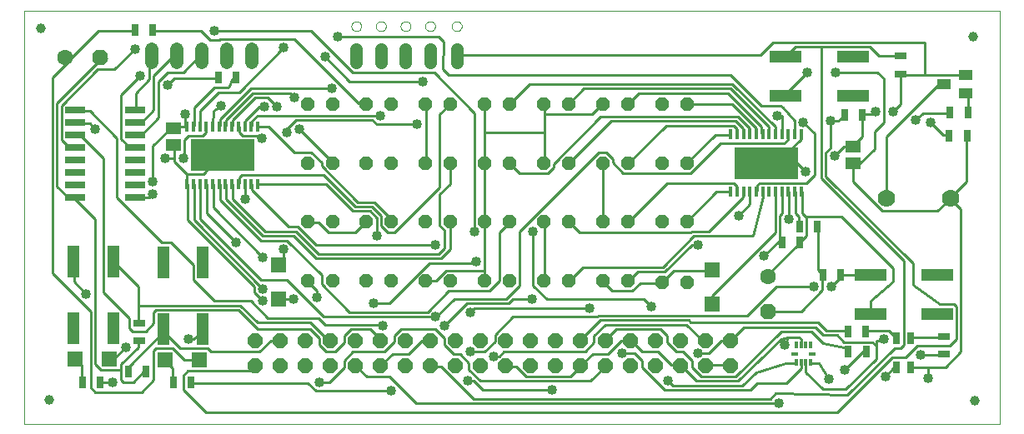
<source format=gtl>
G75*
%MOIN*%
%OFA0B0*%
%FSLAX24Y24*%
%IPPOS*%
%LPD*%
%AMOC8*
5,1,8,0,0,1.08239X$1,22.5*
%
%ADD10C,0.0000*%
%ADD11OC8,0.0520*%
%ADD12R,0.0276X0.0472*%
%ADD13C,0.0520*%
%ADD14R,0.0315X0.0472*%
%ADD15R,0.0472X0.0315*%
%ADD16C,0.0515*%
%ADD17C,0.0700*%
%ADD18OC8,0.0600*%
%ADD19R,0.0591X0.0591*%
%ADD20OC8,0.0630*%
%ADD21C,0.0630*%
%ADD22R,0.0551X0.0394*%
%ADD23R,0.0800X0.0260*%
%ADD24R,0.0472X0.1260*%
%ADD25R,0.1260X0.0472*%
%ADD26R,0.0120X0.0390*%
%ADD27R,0.2540X0.1280*%
%ADD28R,0.0591X0.0512*%
%ADD29R,0.0118X0.0315*%
%ADD30R,0.0315X0.0118*%
%ADD31C,0.0394*%
%ADD32C,0.0100*%
%ADD33C,0.0400*%
D10*
X001732Y002173D02*
X001732Y018708D01*
X040708Y018708D01*
X040708Y002173D01*
X001732Y002173D01*
X014803Y018078D02*
X014805Y018105D01*
X014811Y018132D01*
X014820Y018158D01*
X014833Y018182D01*
X014849Y018205D01*
X014868Y018224D01*
X014890Y018241D01*
X014914Y018255D01*
X014939Y018265D01*
X014966Y018272D01*
X014993Y018275D01*
X015021Y018274D01*
X015048Y018269D01*
X015074Y018261D01*
X015098Y018249D01*
X015121Y018233D01*
X015142Y018215D01*
X015159Y018194D01*
X015174Y018170D01*
X015185Y018145D01*
X015193Y018119D01*
X015197Y018092D01*
X015197Y018064D01*
X015193Y018037D01*
X015185Y018011D01*
X015174Y017986D01*
X015159Y017962D01*
X015142Y017941D01*
X015121Y017923D01*
X015099Y017907D01*
X015074Y017895D01*
X015048Y017887D01*
X015021Y017882D01*
X014993Y017881D01*
X014966Y017884D01*
X014939Y017891D01*
X014914Y017901D01*
X014890Y017915D01*
X014868Y017932D01*
X014849Y017951D01*
X014833Y017974D01*
X014820Y017998D01*
X014811Y018024D01*
X014805Y018051D01*
X014803Y018078D01*
X015787Y018078D02*
X015789Y018105D01*
X015795Y018132D01*
X015804Y018158D01*
X015817Y018182D01*
X015833Y018205D01*
X015852Y018224D01*
X015874Y018241D01*
X015898Y018255D01*
X015923Y018265D01*
X015950Y018272D01*
X015977Y018275D01*
X016005Y018274D01*
X016032Y018269D01*
X016058Y018261D01*
X016082Y018249D01*
X016105Y018233D01*
X016126Y018215D01*
X016143Y018194D01*
X016158Y018170D01*
X016169Y018145D01*
X016177Y018119D01*
X016181Y018092D01*
X016181Y018064D01*
X016177Y018037D01*
X016169Y018011D01*
X016158Y017986D01*
X016143Y017962D01*
X016126Y017941D01*
X016105Y017923D01*
X016083Y017907D01*
X016058Y017895D01*
X016032Y017887D01*
X016005Y017882D01*
X015977Y017881D01*
X015950Y017884D01*
X015923Y017891D01*
X015898Y017901D01*
X015874Y017915D01*
X015852Y017932D01*
X015833Y017951D01*
X015817Y017974D01*
X015804Y017998D01*
X015795Y018024D01*
X015789Y018051D01*
X015787Y018078D01*
X016771Y018078D02*
X016773Y018105D01*
X016779Y018132D01*
X016788Y018158D01*
X016801Y018182D01*
X016817Y018205D01*
X016836Y018224D01*
X016858Y018241D01*
X016882Y018255D01*
X016907Y018265D01*
X016934Y018272D01*
X016961Y018275D01*
X016989Y018274D01*
X017016Y018269D01*
X017042Y018261D01*
X017066Y018249D01*
X017089Y018233D01*
X017110Y018215D01*
X017127Y018194D01*
X017142Y018170D01*
X017153Y018145D01*
X017161Y018119D01*
X017165Y018092D01*
X017165Y018064D01*
X017161Y018037D01*
X017153Y018011D01*
X017142Y017986D01*
X017127Y017962D01*
X017110Y017941D01*
X017089Y017923D01*
X017067Y017907D01*
X017042Y017895D01*
X017016Y017887D01*
X016989Y017882D01*
X016961Y017881D01*
X016934Y017884D01*
X016907Y017891D01*
X016882Y017901D01*
X016858Y017915D01*
X016836Y017932D01*
X016817Y017951D01*
X016801Y017974D01*
X016788Y017998D01*
X016779Y018024D01*
X016773Y018051D01*
X016771Y018078D01*
X017755Y018078D02*
X017757Y018105D01*
X017763Y018132D01*
X017772Y018158D01*
X017785Y018182D01*
X017801Y018205D01*
X017820Y018224D01*
X017842Y018241D01*
X017866Y018255D01*
X017891Y018265D01*
X017918Y018272D01*
X017945Y018275D01*
X017973Y018274D01*
X018000Y018269D01*
X018026Y018261D01*
X018050Y018249D01*
X018073Y018233D01*
X018094Y018215D01*
X018111Y018194D01*
X018126Y018170D01*
X018137Y018145D01*
X018145Y018119D01*
X018149Y018092D01*
X018149Y018064D01*
X018145Y018037D01*
X018137Y018011D01*
X018126Y017986D01*
X018111Y017962D01*
X018094Y017941D01*
X018073Y017923D01*
X018051Y017907D01*
X018026Y017895D01*
X018000Y017887D01*
X017973Y017882D01*
X017945Y017881D01*
X017918Y017884D01*
X017891Y017891D01*
X017866Y017901D01*
X017842Y017915D01*
X017820Y017932D01*
X017801Y017951D01*
X017785Y017974D01*
X017772Y017998D01*
X017763Y018024D01*
X017757Y018051D01*
X017755Y018078D01*
X018818Y018078D02*
X018820Y018105D01*
X018826Y018132D01*
X018835Y018158D01*
X018848Y018182D01*
X018864Y018205D01*
X018883Y018224D01*
X018905Y018241D01*
X018929Y018255D01*
X018954Y018265D01*
X018981Y018272D01*
X019008Y018275D01*
X019036Y018274D01*
X019063Y018269D01*
X019089Y018261D01*
X019113Y018249D01*
X019136Y018233D01*
X019157Y018215D01*
X019174Y018194D01*
X019189Y018170D01*
X019200Y018145D01*
X019208Y018119D01*
X019212Y018092D01*
X019212Y018064D01*
X019208Y018037D01*
X019200Y018011D01*
X019189Y017986D01*
X019174Y017962D01*
X019157Y017941D01*
X019136Y017923D01*
X019114Y017907D01*
X019089Y017895D01*
X019063Y017887D01*
X019036Y017882D01*
X019008Y017881D01*
X018981Y017884D01*
X018954Y017891D01*
X018929Y017901D01*
X018905Y017915D01*
X018883Y017932D01*
X018864Y017951D01*
X018848Y017974D01*
X018835Y017998D01*
X018826Y018024D01*
X018820Y018051D01*
X018818Y018078D01*
D11*
X018767Y014968D03*
X017767Y014968D03*
X016405Y014968D03*
X015405Y014968D03*
X014043Y014968D03*
X013043Y014968D03*
X013043Y012606D03*
X014043Y012606D03*
X015405Y012606D03*
X016405Y012606D03*
X017767Y012606D03*
X018767Y012606D03*
X020130Y012606D03*
X021130Y012606D03*
X022492Y012606D03*
X023492Y012606D03*
X024854Y012606D03*
X025854Y012606D03*
X027216Y012606D03*
X028216Y012606D03*
X028216Y014968D03*
X027216Y014968D03*
X025854Y014968D03*
X024854Y014968D03*
X023492Y014968D03*
X022492Y014968D03*
X021130Y014968D03*
X020130Y014968D03*
X020130Y010244D03*
X021130Y010244D03*
X022492Y010244D03*
X023492Y010244D03*
X024854Y010244D03*
X025854Y010244D03*
X027216Y010244D03*
X028216Y010244D03*
X028216Y007842D03*
X027216Y007842D03*
X025854Y007881D03*
X024854Y007881D03*
X023492Y007881D03*
X022492Y007881D03*
X021130Y007881D03*
X020130Y007881D03*
X018767Y007881D03*
X017767Y007881D03*
X016405Y007881D03*
X015405Y007881D03*
X014043Y007881D03*
X013043Y007881D03*
X013043Y010244D03*
X014043Y010244D03*
X015405Y010244D03*
X016405Y010244D03*
X017767Y010244D03*
X018767Y010244D03*
D12*
X036594Y005598D03*
X037145Y005598D03*
X037145Y004417D03*
X036594Y004417D03*
D13*
X010830Y016625D02*
X010830Y017145D01*
X009830Y017145D02*
X009830Y016625D01*
X008830Y016625D02*
X008830Y017145D01*
X007830Y017145D02*
X007830Y016625D01*
X006830Y016625D02*
X006830Y017145D01*
D14*
X006850Y017921D03*
X006141Y017921D03*
X009488Y016031D03*
X010197Y016031D03*
X032008Y009417D03*
X032716Y009417D03*
X032716Y010047D03*
X033425Y010047D03*
X033661Y008118D03*
X034370Y008118D03*
X034657Y005866D03*
X035366Y005866D03*
X035382Y005055D03*
X034673Y005055D03*
X038700Y013708D03*
X039409Y013708D03*
X039448Y014614D03*
X038740Y014614D03*
X035236Y014535D03*
X034527Y014535D03*
X008385Y003826D03*
X007677Y003826D03*
X006602Y004244D03*
X005893Y004244D03*
X004763Y003826D03*
X004055Y003826D03*
D15*
X006311Y005484D03*
X006311Y006193D03*
X036767Y016169D03*
X036767Y016878D03*
X038480Y005657D03*
X038480Y004948D03*
D16*
X019015Y016640D02*
X019015Y017155D01*
X017952Y017155D02*
X017952Y016640D01*
X016968Y016640D02*
X016968Y017155D01*
X015984Y017155D02*
X015984Y016640D01*
X015000Y016640D02*
X015000Y017155D01*
D17*
X036200Y011189D03*
X038760Y011189D03*
D18*
X029972Y005507D03*
X028972Y005507D03*
X027972Y005507D03*
X026972Y005507D03*
X025972Y005507D03*
X024972Y005507D03*
X023972Y005507D03*
X022972Y005507D03*
X021972Y005507D03*
X020972Y005507D03*
X019972Y005507D03*
X018972Y005507D03*
X017972Y005507D03*
X016972Y005507D03*
X015972Y005507D03*
X014972Y005507D03*
X013972Y005507D03*
X012972Y005507D03*
X011972Y005507D03*
X010972Y005507D03*
X010972Y004507D03*
X011972Y004507D03*
X012972Y004507D03*
X013972Y004507D03*
X014972Y004507D03*
X015972Y004507D03*
X016972Y004507D03*
X017972Y004507D03*
X018972Y004507D03*
X019972Y004507D03*
X020972Y004507D03*
X021972Y004507D03*
X022972Y004507D03*
X023972Y004507D03*
X024972Y004507D03*
X025972Y004507D03*
X026972Y004507D03*
X027972Y004507D03*
X028972Y004507D03*
X029972Y004507D03*
D19*
X029212Y006956D03*
X029212Y008334D03*
X011889Y008531D03*
X011889Y007153D03*
X008720Y004732D03*
X007342Y004732D03*
X005137Y004771D03*
X003760Y004771D03*
D20*
X004755Y016819D03*
X031456Y006670D03*
D21*
X031456Y008070D03*
X003355Y016819D03*
D22*
X038504Y015756D03*
X039370Y016130D03*
X039370Y015381D03*
D23*
X006170Y014710D03*
X006170Y014210D03*
X006170Y013710D03*
X006170Y013210D03*
X006170Y012710D03*
X006170Y012210D03*
X006170Y011710D03*
X006170Y011210D03*
X003750Y011210D03*
X003750Y011710D03*
X003750Y012210D03*
X003750Y012710D03*
X003750Y013210D03*
X003750Y013710D03*
X003750Y014210D03*
X003750Y014710D03*
D24*
X003700Y008669D03*
X005275Y008669D03*
X007283Y008630D03*
X008858Y008630D03*
X008858Y005952D03*
X007283Y005952D03*
X005275Y005992D03*
X003700Y005992D03*
D25*
X032165Y015283D03*
X034842Y015283D03*
X034842Y016858D03*
X032165Y016858D03*
X035551Y008118D03*
X038228Y008118D03*
X038228Y006543D03*
X035551Y006543D03*
D26*
X032785Y011457D03*
X032529Y011457D03*
X032273Y011457D03*
X032017Y011457D03*
X031761Y011457D03*
X031506Y011457D03*
X031250Y011457D03*
X030994Y011457D03*
X030738Y011457D03*
X030482Y011457D03*
X030226Y011457D03*
X029970Y011457D03*
X029970Y013755D03*
X030226Y013755D03*
X030482Y013755D03*
X030738Y013755D03*
X030994Y013755D03*
X031250Y013755D03*
X031506Y013755D03*
X031761Y013755D03*
X032017Y013755D03*
X032273Y013755D03*
X032529Y013755D03*
X032785Y013755D03*
X011053Y014070D03*
X010797Y014070D03*
X010541Y014070D03*
X010285Y014070D03*
X010029Y014070D03*
X009773Y014070D03*
X009517Y014070D03*
X009261Y014070D03*
X009006Y014070D03*
X008750Y014070D03*
X008494Y014070D03*
X008238Y014070D03*
X008238Y011772D03*
X008494Y011772D03*
X008750Y011772D03*
X009006Y011772D03*
X009261Y011772D03*
X009517Y011772D03*
X009773Y011772D03*
X010029Y011772D03*
X010285Y011772D03*
X010541Y011772D03*
X010797Y011772D03*
X011053Y011772D03*
D27*
X009645Y012921D03*
X031378Y012606D03*
D28*
X034842Y012586D03*
X034842Y013256D03*
X007677Y013334D03*
X007677Y014004D03*
D29*
X032578Y005322D03*
X032775Y005322D03*
X032972Y005322D03*
X033169Y005322D03*
X033169Y004614D03*
X032972Y004614D03*
X032775Y004614D03*
X032578Y004614D03*
D30*
X032519Y004968D03*
X033228Y004968D03*
D31*
X039724Y003078D03*
X039645Y017645D03*
X002716Y003118D03*
X002401Y018000D03*
D32*
X003355Y016819D02*
X003622Y016798D01*
X002857Y016033D01*
X002857Y008203D01*
X004387Y006673D01*
X004387Y003613D01*
X004567Y003433D01*
X006412Y003433D01*
X006907Y003928D01*
X006907Y005098D01*
X006997Y005188D01*
X007672Y005188D01*
X008122Y004738D01*
X008707Y004738D01*
X008720Y004732D01*
X009067Y005188D02*
X009202Y005053D01*
X011137Y005053D01*
X011587Y005503D01*
X011947Y005503D01*
X011972Y005507D01*
X011047Y005953D02*
X013162Y005953D01*
X013522Y005593D01*
X013522Y005323D01*
X013792Y005053D01*
X014152Y005053D01*
X014512Y005413D01*
X014512Y005683D01*
X014782Y005953D01*
X015547Y005953D01*
X015952Y005548D01*
X015972Y005507D01*
X016132Y005053D02*
X016537Y005458D01*
X016537Y005683D01*
X016807Y005953D01*
X018157Y005953D01*
X018517Y005593D01*
X018517Y005323D01*
X018877Y004963D01*
X019147Y004963D01*
X019507Y004603D01*
X019507Y004333D01*
X019957Y003883D01*
X024367Y003883D01*
X024952Y004468D01*
X024972Y004507D01*
X025042Y004963D02*
X024457Y004963D01*
X024007Y004513D01*
X023972Y004507D01*
X023962Y004468D01*
X023557Y004063D01*
X021802Y004063D01*
X021397Y004468D01*
X020992Y004468D01*
X020972Y004507D01*
X020722Y004873D02*
X020497Y004873D01*
X020722Y004873D02*
X020902Y005053D01*
X024142Y005053D01*
X024502Y005413D01*
X024502Y005683D01*
X024952Y006133D01*
X028192Y006133D01*
X028777Y005548D01*
X028957Y005548D01*
X028972Y005507D01*
X029092Y005008D02*
X029587Y005503D01*
X029947Y005503D01*
X029972Y005507D01*
X030496Y006031D01*
X033346Y006031D01*
X033661Y005716D01*
X034212Y005716D01*
X034488Y005441D01*
X035630Y005441D01*
X035787Y005283D01*
X035787Y005480D01*
X036023Y005480D01*
X036102Y005559D01*
X036292Y005908D02*
X035392Y005908D01*
X035366Y005866D01*
X034657Y005866D02*
X034627Y005908D01*
X033789Y005908D01*
X033474Y006223D01*
X028372Y006223D01*
X028282Y006313D01*
X024772Y006313D01*
X024007Y005548D01*
X023972Y005507D01*
X024972Y005507D02*
X024997Y005548D01*
X025402Y005953D01*
X027157Y005953D01*
X027427Y005683D01*
X027427Y005413D01*
X027787Y005053D01*
X028057Y005053D01*
X028417Y004693D01*
X028417Y004423D01*
X028777Y004063D01*
X030172Y004063D01*
X031994Y005846D01*
X033187Y005846D01*
X033648Y005385D01*
X034672Y005188D01*
X034673Y005055D01*
X035347Y005143D02*
X035382Y005055D01*
X035347Y005143D02*
X034537Y004333D01*
X033896Y003973D02*
X033502Y004603D01*
X033187Y004603D01*
X033169Y004614D01*
X032972Y004614D02*
X032972Y004240D01*
X033661Y003551D01*
X034567Y003551D01*
X035787Y004771D01*
X035787Y005283D01*
X036517Y005188D02*
X036742Y005188D01*
X036877Y005323D01*
X036877Y008698D01*
X033592Y011983D01*
X033592Y017248D01*
X035527Y017248D01*
X035887Y016888D01*
X036742Y016888D01*
X036767Y016878D01*
X036832Y017428D02*
X037738Y017428D01*
X037738Y016123D01*
X039352Y016123D01*
X039370Y016130D01*
X038504Y015756D02*
X038497Y015718D01*
X038272Y015718D01*
X036202Y013648D01*
X036202Y011218D01*
X036200Y011189D01*
X036022Y010678D02*
X038227Y010678D01*
X038722Y011173D01*
X038760Y011189D01*
X038767Y011218D01*
X039397Y011848D01*
X039397Y013693D01*
X039409Y013708D01*
X038700Y013708D02*
X038677Y013738D01*
X038452Y013738D01*
X037957Y014233D01*
X037642Y014593D02*
X037372Y014323D01*
X037642Y014593D02*
X038722Y014593D01*
X038740Y014614D01*
X039442Y014638D02*
X039448Y014614D01*
X039442Y014638D02*
X039442Y015313D01*
X039397Y015358D01*
X039370Y015381D01*
X037738Y016123D02*
X036787Y016123D01*
X036767Y016169D01*
X036767Y014964D01*
X036456Y014653D01*
X036102Y014220D02*
X036102Y015992D01*
X035826Y016228D01*
X034173Y016228D01*
X033031Y016228D02*
X032165Y015362D01*
X032165Y015283D01*
X031968Y014889D02*
X031181Y014889D01*
X029960Y016110D01*
X018700Y016110D01*
X018464Y016346D01*
X018504Y017448D01*
X018307Y017645D01*
X014252Y017645D01*
X013207Y017878D02*
X014872Y016213D01*
X018112Y016213D01*
X019732Y014593D01*
X019732Y009868D01*
X020137Y010228D02*
X020130Y010244D01*
X020137Y010273D01*
X020137Y012568D01*
X020130Y012606D01*
X020137Y012658D01*
X020137Y013828D01*
X022522Y013828D01*
X022522Y014548D01*
X024412Y014548D01*
X024817Y014953D01*
X024854Y014968D01*
X024772Y014458D02*
X022882Y012568D01*
X022882Y012433D01*
X022657Y012208D01*
X021532Y012208D01*
X021172Y012568D01*
X021130Y012606D01*
X022492Y012606D02*
X022522Y012613D01*
X022522Y013828D01*
X022522Y014548D02*
X022522Y014953D01*
X022492Y014968D01*
X023492Y014968D02*
X023512Y014998D01*
X024097Y015583D01*
X029947Y015583D01*
X031477Y014053D01*
X031477Y013783D01*
X031506Y013755D01*
X031747Y013783D02*
X031761Y013755D01*
X031747Y013783D02*
X031747Y014053D01*
X030037Y015763D01*
X021937Y015763D01*
X021172Y014998D01*
X021130Y014968D01*
X020137Y014953D02*
X020130Y014968D01*
X020137Y014953D02*
X020137Y013828D01*
X018742Y014953D02*
X018337Y014548D01*
X018337Y011623D01*
X016537Y009823D01*
X016267Y009823D01*
X015997Y010093D01*
X015997Y010498D01*
X015637Y010858D01*
X014962Y010858D01*
X013702Y012118D01*
X010417Y012118D01*
X010327Y012028D01*
X010327Y011803D01*
X010285Y011772D01*
X010057Y011758D02*
X010029Y011772D01*
X010057Y011758D02*
X010057Y011173D01*
X011362Y009868D01*
X012577Y009868D01*
X013477Y008968D01*
X018292Y008968D01*
X018517Y009193D01*
X018517Y009913D01*
X018337Y010093D01*
X018337Y011353D01*
X018742Y011758D01*
X018742Y012568D01*
X018767Y012606D01*
X017797Y012613D02*
X017767Y012606D01*
X017797Y012613D02*
X017797Y014953D01*
X017767Y014968D01*
X018742Y014953D02*
X018767Y014968D01*
X017437Y014143D02*
X015817Y014143D01*
X015637Y014323D01*
X012577Y014323D01*
X012217Y013963D01*
X012217Y013828D01*
X012712Y013963D02*
X014062Y012613D01*
X014043Y012606D01*
X013612Y012613D02*
X013612Y012478D01*
X015052Y011038D01*
X015727Y011038D01*
X016402Y010363D01*
X016402Y010273D01*
X016405Y010244D01*
X015817Y010408D02*
X015817Y009688D01*
X015405Y010244D02*
X015367Y010228D01*
X014962Y009823D01*
X013882Y009823D01*
X013477Y010228D01*
X013072Y010228D01*
X013043Y010244D01*
X012667Y010048D02*
X013387Y009328D01*
X018157Y009328D01*
X018382Y008788D02*
X018742Y009148D01*
X018742Y010228D01*
X018767Y010244D01*
X020137Y010228D02*
X020137Y008293D01*
X018607Y008293D01*
X018202Y007888D01*
X017797Y007888D01*
X017767Y007881D01*
X018697Y007483D02*
X020317Y007483D01*
X020722Y007888D01*
X020722Y009823D01*
X021127Y010228D01*
X021130Y010244D01*
X021532Y009868D02*
X021532Y007708D01*
X020992Y007168D01*
X018922Y007168D01*
X018202Y006448D01*
X018157Y006448D01*
X013702Y006448D01*
X012217Y007933D01*
X011182Y007933D01*
X008752Y010363D01*
X008752Y011758D01*
X008750Y011772D01*
X008527Y011758D02*
X008494Y011772D01*
X008527Y011758D02*
X008527Y010318D01*
X011272Y007573D01*
X010912Y007663D02*
X010912Y007438D01*
X011272Y007078D01*
X011889Y007153D02*
X011902Y007168D01*
X012487Y007168D01*
X013072Y007843D02*
X013043Y007881D01*
X013072Y007843D02*
X013432Y007483D01*
X013432Y007213D01*
X013612Y007753D02*
X014737Y006628D01*
X017842Y006628D01*
X018697Y007483D01*
X019417Y006988D02*
X018517Y006088D01*
X017972Y005507D02*
X017932Y005503D01*
X017617Y005503D01*
X017077Y004963D01*
X016447Y004963D01*
X015997Y004513D01*
X015972Y004507D01*
X016312Y004063D02*
X015412Y004063D01*
X015007Y004468D01*
X014972Y004507D01*
X014512Y004423D02*
X014512Y004693D01*
X014872Y005053D01*
X016132Y005053D01*
X016312Y004063D02*
X017392Y002983D01*
X031882Y002983D01*
X031567Y003163D02*
X031741Y003377D01*
X034627Y003337D01*
X036517Y005188D01*
X036427Y004828D02*
X034222Y002623D01*
X008977Y002623D01*
X008077Y003523D01*
X008077Y004108D01*
X008257Y004288D01*
X010777Y004288D01*
X010957Y004468D01*
X010972Y004507D01*
X009067Y005188D02*
X007942Y005188D01*
X007312Y005818D01*
X007283Y005952D01*
X007267Y005908D01*
X007267Y005818D01*
X005917Y004468D01*
X005917Y004288D01*
X005893Y004244D01*
X005602Y004333D02*
X005602Y004558D01*
X006277Y005233D01*
X006277Y005458D01*
X006311Y005484D01*
X005782Y005233D02*
X005332Y004783D01*
X005152Y004783D01*
X005137Y004771D01*
X004792Y004333D02*
X004567Y004558D01*
X004567Y010363D01*
X003757Y011173D01*
X003750Y011210D01*
X003712Y011218D01*
X003487Y011218D01*
X003037Y011668D01*
X003037Y014998D01*
X004837Y016798D01*
X005017Y016798D01*
X004755Y016819D01*
X004657Y016348D02*
X005332Y016348D01*
X006142Y017158D01*
X006727Y016843D02*
X006830Y016885D01*
X006727Y016843D02*
X006727Y015943D01*
X006187Y015403D01*
X006187Y014728D01*
X006170Y014710D01*
X006187Y014233D02*
X006170Y014210D01*
X006187Y014233D02*
X006412Y014233D01*
X006907Y014728D01*
X006907Y016078D01*
X007672Y016843D01*
X007830Y016885D01*
X008077Y016213D02*
X008707Y016843D01*
X008830Y016885D01*
X009146Y017518D02*
X009517Y017518D01*
X009562Y017563D01*
X012532Y017563D01*
X015097Y014998D01*
X015367Y014998D01*
X015405Y014968D01*
X015952Y014503D02*
X011047Y014503D01*
X010822Y014278D01*
X010822Y014098D01*
X010797Y014070D01*
X010552Y014098D02*
X010541Y014070D01*
X010552Y014098D02*
X010552Y014278D01*
X011137Y014863D01*
X011317Y014863D01*
X011452Y015223D02*
X011812Y014863D01*
X011452Y015223D02*
X010957Y015223D01*
X010057Y014323D01*
X010057Y014098D01*
X010029Y014070D01*
X009787Y014098D02*
X009773Y014070D01*
X009787Y014098D02*
X009787Y014323D01*
X010867Y015403D01*
X012352Y015403D01*
X012532Y015223D01*
X014017Y015583D02*
X010777Y015583D01*
X009562Y014368D01*
X009562Y014098D01*
X009517Y014070D01*
X009261Y014070D02*
X009247Y014098D01*
X009286Y014694D01*
X009584Y014908D01*
X009488Y015441D02*
X008750Y014702D01*
X008750Y014070D01*
X008527Y014098D02*
X008494Y014070D01*
X008527Y014098D02*
X008527Y014818D01*
X009337Y015628D01*
X009894Y015628D01*
X010057Y015988D01*
X010197Y016031D01*
X010315Y015441D02*
X009488Y015441D01*
X009337Y015988D02*
X009488Y016031D01*
X009337Y015988D02*
X007717Y015988D01*
X007447Y015718D01*
X007087Y015853D02*
X007447Y016213D01*
X008077Y016213D01*
X007087Y015853D02*
X007087Y014413D01*
X006412Y013738D01*
X006187Y013738D01*
X006170Y013710D01*
X006142Y013243D02*
X005917Y013243D01*
X005602Y013558D01*
X005602Y015313D01*
X006367Y016078D01*
X004657Y016348D02*
X003217Y014908D01*
X003217Y013513D01*
X003487Y013243D01*
X003712Y013243D01*
X003750Y013210D01*
X003757Y013693D02*
X003750Y013710D01*
X003757Y013693D02*
X003982Y013693D01*
X004882Y012793D01*
X004882Y007438D01*
X005917Y006403D01*
X005917Y005998D01*
X006052Y005863D01*
X006592Y005863D01*
X006907Y006178D01*
X006907Y006628D01*
X006997Y006718D01*
X010282Y006718D01*
X011047Y005953D01*
X011047Y006223D02*
X010372Y006898D01*
X006277Y006898D01*
X006277Y006223D01*
X006311Y006193D01*
X006277Y006898D02*
X006277Y007663D01*
X005287Y008653D01*
X005275Y008669D01*
X003712Y008653D02*
X003712Y007843D01*
X004207Y007348D01*
X003712Y008653D02*
X003700Y008669D01*
X005422Y011218D02*
X007222Y009418D01*
X007582Y009418D01*
X008482Y008518D01*
X008482Y007933D01*
X009337Y007078D01*
X010777Y007078D01*
X011452Y006403D01*
X013477Y006403D01*
X013747Y006133D01*
X015997Y006133D01*
X016042Y006088D01*
X016312Y006988D02*
X015682Y006988D01*
X016312Y006988D02*
X017932Y008608D01*
X019732Y008608D01*
X019777Y008653D01*
X020137Y008293D02*
X020137Y007888D01*
X020130Y007881D01*
X021082Y006988D02*
X021262Y007168D01*
X022027Y007168D01*
X022072Y007708D02*
X022612Y007168D01*
X026482Y007168D01*
X026797Y006853D01*
X026032Y007483D02*
X025222Y007483D01*
X024862Y007843D01*
X024854Y007881D01*
X025854Y007881D02*
X025897Y007888D01*
X026257Y008248D01*
X027337Y008248D01*
X028417Y009328D01*
X028642Y009328D01*
X028507Y009688D02*
X027247Y008428D01*
X024052Y008428D01*
X023512Y007888D01*
X023492Y007881D01*
X022522Y007888D02*
X022492Y007881D01*
X022522Y007888D02*
X022522Y010228D01*
X022492Y010244D01*
X022072Y009868D02*
X022072Y007708D01*
X021082Y006988D02*
X019417Y006988D01*
X019732Y006808D02*
X019552Y006628D01*
X019732Y006808D02*
X024322Y006808D01*
X024682Y006493D02*
X030622Y006493D01*
X031792Y007663D01*
X033277Y007663D01*
X033637Y007528D02*
X032782Y006673D01*
X031477Y006673D01*
X031456Y006670D01*
X031978Y005559D02*
X030262Y003883D01*
X028597Y003883D01*
X028012Y004468D01*
X027972Y004507D01*
X027967Y004513D01*
X027607Y004513D01*
X027067Y005053D01*
X026437Y005053D01*
X025987Y005503D01*
X025972Y005507D01*
X025942Y005503D01*
X025582Y005503D01*
X025042Y004963D01*
X025627Y005008D02*
X026122Y005008D01*
X026437Y004693D01*
X026437Y004423D01*
X027337Y003523D01*
X030757Y003523D01*
X031027Y003793D01*
X032197Y003793D01*
X032782Y004378D01*
X032782Y004603D01*
X032775Y004614D01*
X032578Y004614D02*
X032557Y004603D01*
X032165Y004603D01*
X030984Y004220D01*
X030431Y003703D01*
X027652Y003703D01*
X027472Y003883D01*
X028972Y004507D02*
X029002Y004513D01*
X029947Y004513D01*
X029972Y004507D01*
X029092Y005008D02*
X028642Y005008D01*
X031978Y005559D02*
X032248Y005638D01*
X032129Y005329D01*
X032248Y005638D02*
X032692Y005638D01*
X032782Y005548D01*
X032782Y005323D01*
X032775Y005322D01*
X035551Y006543D02*
X035572Y006583D01*
X035572Y007078D01*
X036455Y007843D01*
X036455Y008383D01*
X034385Y010453D01*
X033007Y010453D01*
X032984Y010430D01*
X032827Y010588D01*
X032827Y011443D01*
X032785Y011457D01*
X032557Y011443D02*
X032529Y011457D01*
X032557Y011443D02*
X032557Y010588D01*
X032692Y010453D01*
X032692Y010048D01*
X032716Y010047D01*
X033007Y009688D02*
X032737Y009418D01*
X032716Y009417D01*
X032692Y009373D01*
X031432Y008113D01*
X031456Y008070D01*
X031297Y008878D02*
X031882Y009463D01*
X032008Y009417D01*
X031972Y009418D01*
X031927Y009463D01*
X031927Y010498D01*
X032017Y010588D01*
X032017Y011443D01*
X032017Y011457D01*
X031761Y011457D02*
X031747Y011443D01*
X031747Y009823D01*
X029227Y007303D01*
X029227Y006988D01*
X029212Y006956D01*
X027697Y008293D02*
X027247Y007843D01*
X027216Y007842D01*
X027202Y007798D01*
X026347Y007798D01*
X026032Y007483D01*
X024682Y006493D02*
X024637Y006448D01*
X021262Y006448D01*
X020542Y005728D01*
X020542Y005458D01*
X020137Y005053D01*
X019552Y005053D01*
X018382Y004468D02*
X019687Y003163D01*
X031567Y003163D01*
X036157Y004063D02*
X036472Y004378D01*
X036562Y004378D01*
X036594Y004417D01*
X036427Y004828D02*
X036967Y004828D01*
X037417Y005278D01*
X038722Y005278D01*
X038992Y005548D01*
X038992Y006853D01*
X038902Y006943D01*
X038317Y006943D01*
X037265Y007719D01*
X037265Y008580D01*
X033772Y012073D01*
X033772Y013018D01*
X033952Y013198D01*
X033952Y014278D01*
X034267Y014278D01*
X034492Y014503D01*
X034527Y014535D01*
X035212Y014503D02*
X035236Y014535D01*
X035257Y014548D01*
X035642Y014548D01*
X035748Y014653D01*
X035212Y014503D02*
X035212Y013648D01*
X034852Y013288D01*
X034842Y013256D01*
X034807Y013243D01*
X034492Y013243D01*
X034132Y012883D01*
X034842Y012586D02*
X035137Y012586D01*
X035708Y013157D01*
X035708Y013866D01*
X036102Y014220D01*
X033322Y013783D02*
X032872Y014233D01*
X032529Y014289D02*
X032047Y014811D01*
X031968Y014889D01*
X032017Y014503D02*
X031837Y014486D01*
X032017Y014503D02*
X032017Y013783D01*
X032017Y013755D01*
X032242Y013738D02*
X032273Y013755D01*
X032242Y013738D02*
X032242Y013513D01*
X032107Y013378D01*
X029542Y013378D01*
X028372Y012208D01*
X025672Y012208D01*
X025267Y012613D01*
X025267Y012748D01*
X024997Y013018D01*
X024682Y013018D01*
X021532Y009868D01*
X023492Y010244D02*
X023512Y010228D01*
X023917Y009823D01*
X028372Y009823D01*
X028417Y009868D01*
X029092Y009868D01*
X030442Y011218D01*
X030442Y011443D01*
X030482Y011457D01*
X030738Y011457D02*
X030738Y010943D01*
X030275Y010480D01*
X030858Y009688D02*
X031207Y010982D01*
X031246Y011246D01*
X031250Y011457D01*
X031027Y011488D02*
X031027Y011713D01*
X031117Y011803D01*
X033007Y011803D01*
X033322Y012118D01*
X033322Y013783D01*
X032785Y013755D02*
X032782Y013738D01*
X032782Y013558D01*
X031837Y012613D01*
X031387Y012613D01*
X031378Y012606D01*
X032242Y012973D01*
X032962Y012253D01*
X032273Y011457D02*
X032287Y011443D01*
X032287Y010363D01*
X032984Y010430D02*
X033007Y010408D01*
X033007Y009688D01*
X033457Y010003D02*
X033425Y010047D01*
X033457Y010003D02*
X033457Y008338D01*
X033637Y008158D01*
X033661Y008118D01*
X033637Y008113D01*
X033637Y007528D01*
X033997Y007663D02*
X034402Y008068D01*
X034370Y008118D01*
X034402Y008113D01*
X035527Y008113D01*
X035551Y008118D01*
X036292Y005908D02*
X036562Y005638D01*
X036594Y005598D01*
X037145Y005598D02*
X037147Y005638D01*
X038452Y005638D01*
X038480Y005657D01*
X038480Y004948D02*
X038452Y004918D01*
X037552Y004918D01*
X037874Y004423D02*
X037147Y004423D01*
X037145Y004417D01*
X037874Y004423D02*
X037874Y003984D01*
X037874Y004423D02*
X038542Y004423D01*
X039172Y005053D01*
X039172Y010768D01*
X038767Y011173D01*
X038760Y011189D01*
X036022Y010678D02*
X034852Y011848D01*
X034852Y012568D01*
X034842Y012586D01*
X032529Y013755D02*
X032529Y014289D01*
X031207Y014053D02*
X031207Y013783D01*
X031250Y013755D01*
X030994Y013755D02*
X030982Y013783D01*
X030982Y014008D01*
X030037Y014953D01*
X028237Y014953D01*
X028216Y014968D01*
X027382Y014098D02*
X025897Y012613D01*
X025854Y012606D01*
X024862Y012568D02*
X024854Y012606D01*
X024862Y012568D02*
X024862Y010273D01*
X024854Y010244D01*
X025854Y010244D02*
X025897Y010273D01*
X027427Y011803D01*
X030082Y011803D01*
X030217Y011668D01*
X030217Y011488D01*
X030226Y011457D01*
X029970Y011457D02*
X029947Y011443D01*
X029407Y011443D01*
X028237Y010273D01*
X028216Y010244D01*
X028507Y009688D02*
X030858Y009688D01*
X029212Y008334D02*
X029182Y008293D01*
X027697Y008293D01*
X030994Y011457D02*
X031027Y011488D01*
X029362Y013738D02*
X028237Y012613D01*
X028216Y012606D01*
X029362Y013738D02*
X029947Y013738D01*
X029970Y013755D01*
X030217Y013783D02*
X030217Y013963D01*
X030082Y014098D01*
X027382Y014098D01*
X026302Y015403D02*
X025897Y014998D01*
X025854Y014968D01*
X026302Y015403D02*
X029857Y015403D01*
X031207Y014053D01*
X030712Y014008D02*
X030712Y013783D01*
X030738Y013755D01*
X030712Y014008D02*
X030262Y014458D01*
X024772Y014458D01*
X025177Y014278D02*
X023512Y012613D01*
X023492Y012606D01*
X025177Y014278D02*
X030172Y014278D01*
X030442Y014008D01*
X030442Y013783D01*
X030482Y013755D01*
X030226Y013755D02*
X030217Y013783D01*
X031162Y016933D02*
X031657Y017428D01*
X036832Y017428D01*
X036767Y016169D02*
X036742Y016168D01*
X036742Y016033D01*
X033592Y017248D02*
X032557Y017248D01*
X032197Y016888D01*
X032165Y016858D01*
X031162Y016933D02*
X019057Y016933D01*
X019015Y016897D01*
X017662Y015853D02*
X014737Y015853D01*
X013747Y016843D01*
X012086Y017212D02*
X010315Y015441D01*
X008167Y014548D02*
X008167Y014053D01*
X008212Y014053D01*
X008238Y014070D01*
X008167Y014053D02*
X007762Y014053D01*
X007717Y014008D01*
X007677Y014004D01*
X007627Y014008D01*
X007582Y014008D01*
X006862Y013288D01*
X006862Y011848D01*
X006862Y011353D02*
X006727Y011218D01*
X006187Y011218D01*
X006170Y011210D01*
X005422Y011218D02*
X005422Y013603D01*
X004342Y014683D01*
X003757Y014683D01*
X003750Y014710D01*
X003750Y014210D02*
X003757Y014188D01*
X004342Y014188D01*
X004567Y013963D01*
X006142Y013243D02*
X006170Y013210D01*
X007357Y012793D02*
X007717Y012793D01*
X007717Y012658D01*
X008212Y012163D01*
X008887Y012163D01*
X009607Y012883D01*
X009645Y012921D01*
X008212Y012163D02*
X008212Y011803D01*
X008238Y011772D01*
X008257Y011758D01*
X008257Y010318D01*
X010912Y007663D01*
X011889Y008531D02*
X011902Y008563D01*
X012082Y008743D01*
X012082Y009148D01*
X011272Y008833D02*
X009292Y010813D01*
X009292Y011758D01*
X009261Y011772D01*
X009022Y011758D02*
X009006Y011772D01*
X009022Y011758D02*
X009022Y010588D01*
X010192Y009418D01*
X011182Y009508D02*
X012217Y009508D01*
X013612Y008113D01*
X013612Y007753D01*
X013387Y008788D02*
X018382Y008788D01*
X015817Y010408D02*
X015547Y010678D01*
X014872Y010678D01*
X013792Y011758D01*
X011092Y011758D01*
X011053Y011772D01*
X010822Y011758D02*
X010797Y011772D01*
X010822Y011758D02*
X010822Y011533D01*
X012307Y010048D01*
X012667Y010048D01*
X012487Y009688D02*
X013387Y008788D01*
X012487Y009688D02*
X011272Y009688D01*
X009787Y011173D01*
X009787Y011758D01*
X009773Y011772D01*
X009562Y011758D02*
X009517Y011772D01*
X009562Y011758D02*
X009562Y011128D01*
X011182Y009508D01*
X010552Y011173D02*
X010552Y011758D01*
X010541Y011772D01*
X012532Y013018D02*
X013207Y013018D01*
X013612Y012613D01*
X012532Y013018D02*
X011497Y014053D01*
X011092Y014053D01*
X011053Y014070D01*
X011137Y013693D02*
X010462Y013693D01*
X010327Y013828D01*
X010327Y014053D01*
X010285Y014070D01*
X011137Y013693D02*
X011227Y013603D01*
X008977Y013828D02*
X008842Y013693D01*
X008302Y013693D01*
X008122Y013513D01*
X008122Y012838D01*
X008077Y012793D01*
X007717Y012793D02*
X007717Y013333D01*
X007677Y013334D01*
X008977Y013828D02*
X008977Y014053D01*
X009006Y014070D01*
X004702Y017878D02*
X003667Y016843D01*
X003355Y016819D01*
X004702Y017878D02*
X006097Y017878D01*
X006141Y017921D01*
X006850Y017921D02*
X006862Y017878D01*
X008786Y017878D01*
X009146Y017518D01*
X009320Y017878D02*
X013207Y017878D01*
X013162Y006223D02*
X011047Y006223D01*
X013162Y006223D02*
X013837Y005548D01*
X013972Y005548D01*
X013972Y005507D01*
X014512Y004423D02*
X013927Y003838D01*
X013522Y003838D01*
X013387Y003478D02*
X013072Y003793D01*
X008392Y003793D01*
X008385Y003826D01*
X007677Y003826D02*
X007672Y003838D01*
X007672Y004378D01*
X007357Y004693D01*
X007342Y004732D01*
X006602Y004244D02*
X006592Y004243D01*
X006502Y004243D01*
X006097Y003838D01*
X005692Y003838D01*
X005602Y003928D01*
X005602Y004333D01*
X004792Y004333D01*
X004792Y003838D02*
X004763Y003826D01*
X004792Y003838D02*
X005242Y003838D01*
X004055Y003826D02*
X004027Y003838D01*
X004027Y004513D01*
X003802Y004738D01*
X003760Y004771D01*
X008302Y005548D02*
X008482Y005548D01*
X008842Y005908D01*
X008858Y005952D01*
X013387Y003478D02*
X016402Y003478D01*
X017977Y004468D02*
X017972Y004507D01*
X017977Y004468D02*
X018382Y004468D01*
X019462Y003883D02*
X019687Y003883D01*
X020047Y003523D01*
X022837Y003523D01*
D33*
X022837Y003523D03*
X020497Y004873D03*
X019552Y005053D03*
X019462Y003883D03*
X016402Y003478D03*
X013522Y003838D03*
X016042Y006088D03*
X015682Y006988D03*
X013432Y007213D03*
X012487Y007168D03*
X011272Y007078D03*
X011272Y007573D03*
X011272Y008833D03*
X012082Y009148D03*
X010192Y009418D03*
X010552Y011173D03*
X008077Y012793D03*
X007357Y012793D03*
X006862Y011848D03*
X006862Y011353D03*
X011227Y013603D03*
X012217Y013828D03*
X012712Y013963D03*
X011812Y014863D03*
X011317Y014863D03*
X012532Y015223D03*
X014017Y015583D03*
X015952Y014503D03*
X017437Y014143D03*
X017662Y015853D03*
X014252Y017645D03*
X013747Y016843D03*
X012086Y017212D03*
X009320Y017878D03*
X006142Y017158D03*
X006367Y016078D03*
X007447Y015718D03*
X008167Y014548D03*
X009584Y014908D03*
X004567Y013963D03*
X015817Y009688D03*
X018157Y009328D03*
X019732Y009868D03*
X019777Y008653D03*
X022072Y009868D03*
X022027Y007168D03*
X024322Y006808D03*
X026797Y006853D03*
X025627Y005008D03*
X027472Y003883D03*
X028642Y005008D03*
X032129Y005329D03*
X033896Y003973D03*
X034537Y004333D03*
X036157Y004063D03*
X037552Y004918D03*
X037874Y003984D03*
X036102Y005559D03*
X033997Y007663D03*
X033277Y007663D03*
X031297Y008878D03*
X028642Y009328D03*
X030275Y010480D03*
X032287Y010363D03*
X032962Y012253D03*
X034132Y012883D03*
X033952Y014278D03*
X032872Y014233D03*
X031837Y014486D03*
X033031Y016228D03*
X034173Y016228D03*
X035748Y014653D03*
X036456Y014653D03*
X037372Y014323D03*
X037957Y014233D03*
X019552Y006628D03*
X018517Y006088D03*
X018157Y006448D03*
X008302Y005548D03*
X005782Y005233D03*
X005242Y003838D03*
X004207Y007348D03*
X031882Y002983D03*
M02*

</source>
